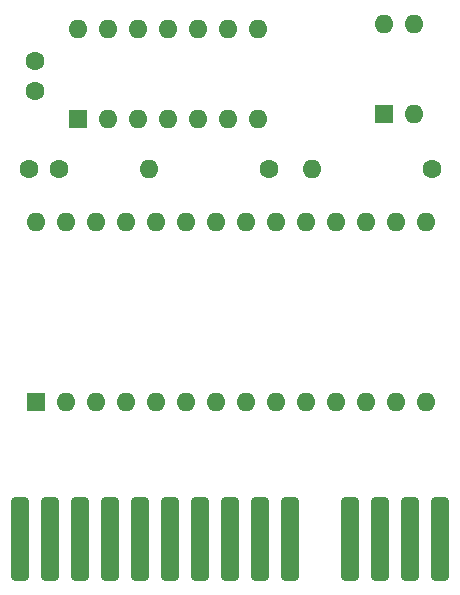
<source format=gbr>
%TF.GenerationSoftware,KiCad,Pcbnew,8.0.1*%
%TF.CreationDate,2024-04-19T22:52:30+02:00*%
%TF.ProjectId,zx-interface-2-rom,7a782d69-6e74-4657-9266-6163652d322d,rev?*%
%TF.SameCoordinates,Original*%
%TF.FileFunction,Soldermask,Bot*%
%TF.FilePolarity,Negative*%
%FSLAX46Y46*%
G04 Gerber Fmt 4.6, Leading zero omitted, Abs format (unit mm)*
G04 Created by KiCad (PCBNEW 8.0.1) date 2024-04-19 22:52:30*
%MOMM*%
%LPD*%
G01*
G04 APERTURE LIST*
G04 Aperture macros list*
%AMRoundRect*
0 Rectangle with rounded corners*
0 $1 Rounding radius*
0 $2 $3 $4 $5 $6 $7 $8 $9 X,Y pos of 4 corners*
0 Add a 4 corners polygon primitive as box body*
4,1,4,$2,$3,$4,$5,$6,$7,$8,$9,$2,$3,0*
0 Add four circle primitives for the rounded corners*
1,1,$1+$1,$2,$3*
1,1,$1+$1,$4,$5*
1,1,$1+$1,$6,$7*
1,1,$1+$1,$8,$9*
0 Add four rect primitives between the rounded corners*
20,1,$1+$1,$2,$3,$4,$5,0*
20,1,$1+$1,$4,$5,$6,$7,0*
20,1,$1+$1,$6,$7,$8,$9,0*
20,1,$1+$1,$8,$9,$2,$3,0*%
G04 Aperture macros list end*
%ADD10RoundRect,0.381000X0.381000X3.175000X-0.381000X3.175000X-0.381000X-3.175000X0.381000X-3.175000X0*%
%ADD11C,1.600000*%
%ADD12O,1.600000X1.600000*%
%ADD13R,1.600000X1.600000*%
G04 APERTURE END LIST*
D10*
%TO.C,J1*%
X121280000Y-92320000D03*
X118740000Y-92320000D03*
X116200000Y-92320000D03*
X113660000Y-92320000D03*
X108580000Y-92320000D03*
X106040000Y-92320000D03*
X103500000Y-92320000D03*
X100960000Y-92320000D03*
X98420000Y-92320000D03*
X95880000Y-92320000D03*
X93340000Y-92320000D03*
X90800000Y-92320000D03*
X88260000Y-92320000D03*
X85720000Y-92320000D03*
%TD*%
D11*
%TO.C,R2*%
X120600000Y-61025000D03*
D12*
X110440000Y-61025000D03*
%TD*%
D11*
%TO.C,C2*%
X86525000Y-61000000D03*
X89025000Y-61000000D03*
%TD*%
D13*
%TO.C,U1*%
X87120000Y-80715000D03*
D12*
X89660000Y-80715000D03*
X92200000Y-80715000D03*
X94740000Y-80715000D03*
X97280000Y-80715000D03*
X99820000Y-80715000D03*
X102360000Y-80715000D03*
X104900000Y-80715000D03*
X107440000Y-80715000D03*
X109980000Y-80715000D03*
X112520000Y-80715000D03*
X115060000Y-80715000D03*
X117600000Y-80715000D03*
X120140000Y-80715000D03*
X120140000Y-65475000D03*
X117600000Y-65475000D03*
X115060000Y-65475000D03*
X112520000Y-65475000D03*
X109980000Y-65475000D03*
X107440000Y-65475000D03*
X104900000Y-65475000D03*
X102360000Y-65475000D03*
X99820000Y-65475000D03*
X97280000Y-65475000D03*
X94740000Y-65475000D03*
X92200000Y-65475000D03*
X89660000Y-65475000D03*
X87120000Y-65475000D03*
%TD*%
D11*
%TO.C,C1*%
X87000000Y-51875000D03*
X87000000Y-54375000D03*
%TD*%
D13*
%TO.C,SW1*%
X116530000Y-56330000D03*
D12*
X119070000Y-56330000D03*
X119070000Y-48710000D03*
X116530000Y-48710000D03*
%TD*%
D11*
%TO.C,R1*%
X106830000Y-61000000D03*
D12*
X96670000Y-61000000D03*
%TD*%
D13*
%TO.C,U2*%
X90610000Y-56770000D03*
D12*
X93150000Y-56770000D03*
X95690000Y-56770000D03*
X98230000Y-56770000D03*
X100770000Y-56770000D03*
X103310000Y-56770000D03*
X105850000Y-56770000D03*
X105850000Y-49150000D03*
X103310000Y-49150000D03*
X100770000Y-49150000D03*
X98230000Y-49150000D03*
X95690000Y-49150000D03*
X93150000Y-49150000D03*
X90610000Y-49150000D03*
%TD*%
M02*

</source>
